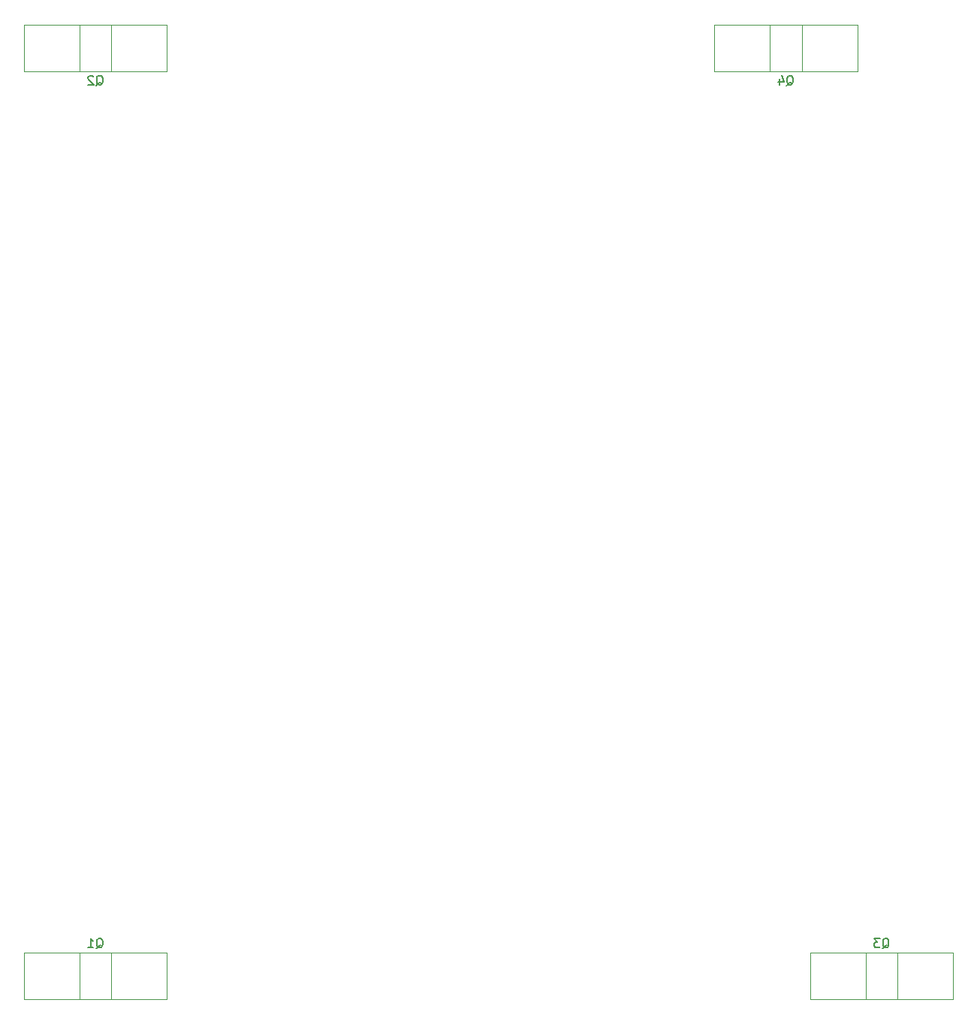
<source format=gbr>
G04 #@! TF.FileFunction,Legend,Bot*
%FSLAX46Y46*%
G04 Gerber Fmt 4.6, Leading zero omitted, Abs format (unit mm)*
G04 Created by KiCad (PCBNEW 4.0.7) date 01/04/18 15:18:24*
%MOMM*%
%LPD*%
G01*
G04 APERTURE LIST*
%ADD10C,0.100000*%
%ADD11C,0.120000*%
%ADD12C,0.150000*%
G04 APERTURE END LIST*
D10*
D11*
X74110000Y-40551000D02*
X90250000Y-40551000D01*
X74110000Y-35280000D02*
X90250000Y-35280000D01*
X74110000Y-40551000D02*
X74110000Y-35280000D01*
X90250000Y-40551000D02*
X90250000Y-35280000D01*
X80376000Y-40551000D02*
X80376000Y-35280000D01*
X83985000Y-40551000D02*
X83985000Y-35280000D01*
X151950000Y-40551000D02*
X168090000Y-40551000D01*
X151950000Y-35280000D02*
X168090000Y-35280000D01*
X151950000Y-40551000D02*
X151950000Y-35280000D01*
X168090000Y-40551000D02*
X168090000Y-35280000D01*
X158216000Y-40551000D02*
X158216000Y-35280000D01*
X161825000Y-40551000D02*
X161825000Y-35280000D01*
X178885000Y-139789000D02*
X162745000Y-139789000D01*
X178885000Y-145060000D02*
X162745000Y-145060000D01*
X178885000Y-139789000D02*
X178885000Y-145060000D01*
X162745000Y-139789000D02*
X162745000Y-145060000D01*
X172619000Y-139789000D02*
X172619000Y-145060000D01*
X169010000Y-139789000D02*
X169010000Y-145060000D01*
X90250000Y-139789000D02*
X74110000Y-139789000D01*
X90250000Y-145060000D02*
X74110000Y-145060000D01*
X90250000Y-139789000D02*
X90250000Y-145060000D01*
X74110000Y-139789000D02*
X74110000Y-145060000D01*
X83984000Y-139789000D02*
X83984000Y-145060000D01*
X80375000Y-139789000D02*
X80375000Y-145060000D01*
D12*
X82275238Y-42097619D02*
X82370476Y-42050000D01*
X82465714Y-41954762D01*
X82608571Y-41811905D01*
X82703810Y-41764286D01*
X82799048Y-41764286D01*
X82751429Y-42002381D02*
X82846667Y-41954762D01*
X82941905Y-41859524D01*
X82989524Y-41669048D01*
X82989524Y-41335714D01*
X82941905Y-41145238D01*
X82846667Y-41050000D01*
X82751429Y-41002381D01*
X82560952Y-41002381D01*
X82465714Y-41050000D01*
X82370476Y-41145238D01*
X82322857Y-41335714D01*
X82322857Y-41669048D01*
X82370476Y-41859524D01*
X82465714Y-41954762D01*
X82560952Y-42002381D01*
X82751429Y-42002381D01*
X81941905Y-41097619D02*
X81894286Y-41050000D01*
X81799048Y-41002381D01*
X81560952Y-41002381D01*
X81465714Y-41050000D01*
X81418095Y-41097619D01*
X81370476Y-41192857D01*
X81370476Y-41288095D01*
X81418095Y-41430952D01*
X81989524Y-42002381D01*
X81370476Y-42002381D01*
X160115238Y-42097619D02*
X160210476Y-42050000D01*
X160305714Y-41954762D01*
X160448571Y-41811905D01*
X160543810Y-41764286D01*
X160639048Y-41764286D01*
X160591429Y-42002381D02*
X160686667Y-41954762D01*
X160781905Y-41859524D01*
X160829524Y-41669048D01*
X160829524Y-41335714D01*
X160781905Y-41145238D01*
X160686667Y-41050000D01*
X160591429Y-41002381D01*
X160400952Y-41002381D01*
X160305714Y-41050000D01*
X160210476Y-41145238D01*
X160162857Y-41335714D01*
X160162857Y-41669048D01*
X160210476Y-41859524D01*
X160305714Y-41954762D01*
X160400952Y-42002381D01*
X160591429Y-42002381D01*
X159305714Y-41335714D02*
X159305714Y-42002381D01*
X159543810Y-40954762D02*
X159781905Y-41669048D01*
X159162857Y-41669048D01*
X170910238Y-139337619D02*
X171005476Y-139290000D01*
X171100714Y-139194762D01*
X171243571Y-139051905D01*
X171338810Y-139004286D01*
X171434048Y-139004286D01*
X171386429Y-139242381D02*
X171481667Y-139194762D01*
X171576905Y-139099524D01*
X171624524Y-138909048D01*
X171624524Y-138575714D01*
X171576905Y-138385238D01*
X171481667Y-138290000D01*
X171386429Y-138242381D01*
X171195952Y-138242381D01*
X171100714Y-138290000D01*
X171005476Y-138385238D01*
X170957857Y-138575714D01*
X170957857Y-138909048D01*
X171005476Y-139099524D01*
X171100714Y-139194762D01*
X171195952Y-139242381D01*
X171386429Y-139242381D01*
X170624524Y-138242381D02*
X170005476Y-138242381D01*
X170338810Y-138623333D01*
X170195952Y-138623333D01*
X170100714Y-138670952D01*
X170053095Y-138718571D01*
X170005476Y-138813810D01*
X170005476Y-139051905D01*
X170053095Y-139147143D01*
X170100714Y-139194762D01*
X170195952Y-139242381D01*
X170481667Y-139242381D01*
X170576905Y-139194762D01*
X170624524Y-139147143D01*
X82275238Y-139337619D02*
X82370476Y-139290000D01*
X82465714Y-139194762D01*
X82608571Y-139051905D01*
X82703810Y-139004286D01*
X82799048Y-139004286D01*
X82751429Y-139242381D02*
X82846667Y-139194762D01*
X82941905Y-139099524D01*
X82989524Y-138909048D01*
X82989524Y-138575714D01*
X82941905Y-138385238D01*
X82846667Y-138290000D01*
X82751429Y-138242381D01*
X82560952Y-138242381D01*
X82465714Y-138290000D01*
X82370476Y-138385238D01*
X82322857Y-138575714D01*
X82322857Y-138909048D01*
X82370476Y-139099524D01*
X82465714Y-139194762D01*
X82560952Y-139242381D01*
X82751429Y-139242381D01*
X81370476Y-139242381D02*
X81941905Y-139242381D01*
X81656191Y-139242381D02*
X81656191Y-138242381D01*
X81751429Y-138385238D01*
X81846667Y-138480476D01*
X81941905Y-138528095D01*
M02*

</source>
